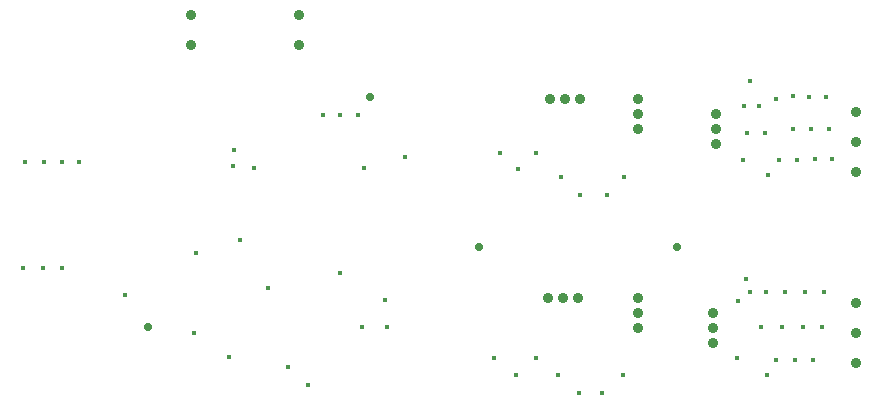
<source format=gbr>
%TF.GenerationSoftware,Altium Limited,Altium Designer,22.7.1 (60)*%
G04 Layer_Color=0*
%FSLAX45Y45*%
%MOMM*%
%TF.SameCoordinates,8DF05635-03F1-411C-9BC5-7CD19558B576*%
%TF.FilePolarity,Positive*%
%TF.FileFunction,Plated,1,2,PTH,Drill*%
%TF.Part,Single*%
G01*
G75*
%TA.AperFunction,ComponentDrill*%
%ADD49C,0.90000*%
%ADD50C,0.90000*%
%ADD51C,0.90000*%
%ADD52C,0.90000*%
%TA.AperFunction,ViaDrill,NotFilled*%
%ADD53C,0.71120*%
%ADD54C,0.40640*%
D49*
X9728200Y5511800D02*
D03*
Y5257800D02*
D03*
Y5003800D02*
D03*
Y3898900D02*
D03*
Y3644900D02*
D03*
Y3390900D02*
D03*
X7124700Y3937000D02*
D03*
X7378700D02*
D03*
X7391400Y5626100D02*
D03*
X7137400D02*
D03*
X5016500Y6083300D02*
D03*
Y6337300D02*
D03*
X4102100Y6083300D02*
D03*
Y6337300D02*
D03*
D50*
X8539626Y5245100D02*
D03*
Y5499100D02*
D03*
X8521700Y3556000D02*
D03*
Y3810000D02*
D03*
X7886700Y3683000D02*
D03*
Y3937000D02*
D03*
Y5372100D02*
D03*
Y5626100D02*
D03*
D51*
X8539626Y5372100D02*
D03*
X8521700Y3683000D02*
D03*
X7886700Y3810000D02*
D03*
Y5499100D02*
D03*
D52*
X7251700Y3937000D02*
D03*
X7264400Y5626100D02*
D03*
D53*
X3733800Y3695700D02*
D03*
X5613700Y5638800D02*
D03*
X6540500Y4368800D02*
D03*
X8216900D02*
D03*
D54*
X4515981Y4427860D02*
D03*
X4465181Y5189860D02*
D03*
X9525000Y5118100D02*
D03*
X8770860Y5106111D02*
D03*
X9385300Y5118100D02*
D03*
X9228060Y5106111D02*
D03*
X9075660D02*
D03*
X9499600Y5372100D02*
D03*
X9347200D02*
D03*
X9194800D02*
D03*
X8961360Y5334711D02*
D03*
X8808960D02*
D03*
X9474200Y5638800D02*
D03*
X9334500D02*
D03*
X9194800Y5651500D02*
D03*
X9055100Y5626100D02*
D03*
X8910560Y5563311D02*
D03*
X8783560D02*
D03*
X8720060Y3429711D02*
D03*
X8834360Y3988511D02*
D03*
X8732760Y3912311D02*
D03*
X9367760Y3417011D02*
D03*
X9215360D02*
D03*
X9050260D02*
D03*
X9296400Y3987800D02*
D03*
X9443960Y3696411D02*
D03*
X9278860D02*
D03*
X9101060D02*
D03*
X8923260D02*
D03*
X9461500Y3987800D02*
D03*
X9131300D02*
D03*
X3543600Y3962400D02*
D03*
X8834444Y5776296D02*
D03*
X7018344Y3426796D02*
D03*
X6662744D02*
D03*
X6853244Y3287096D02*
D03*
X7754944D02*
D03*
X7208844D02*
D03*
X7386644Y3134696D02*
D03*
X7577144D02*
D03*
X8974144Y3287096D02*
D03*
X8796344Y4099896D02*
D03*
X8966200Y3987800D02*
D03*
X8986844Y4976196D02*
D03*
X7391400Y4813300D02*
D03*
X7620000D02*
D03*
X7767644Y4963496D02*
D03*
X7234244D02*
D03*
X7018344Y5166696D02*
D03*
X6865944Y5026996D02*
D03*
X6713544Y5166696D02*
D03*
X5220000Y5486400D02*
D03*
X5516631Y5486933D02*
D03*
X5364231D02*
D03*
X4457700Y5054600D02*
D03*
X4635500Y5041900D02*
D03*
X5910331Y5131333D02*
D03*
X5363931Y4153433D02*
D03*
X5757631Y3696233D02*
D03*
X5740100Y3924300D02*
D03*
X4919431Y3353333D02*
D03*
X5092700Y3200400D02*
D03*
X4424431Y3442233D02*
D03*
X3149600Y5092700D02*
D03*
X2679700Y4191000D02*
D03*
X2844800D02*
D03*
X3009900D02*
D03*
Y5092700D02*
D03*
X2857500D02*
D03*
X2692400D02*
D03*
X5562900Y5041900D02*
D03*
X4127800Y3644900D02*
D03*
X4749800Y4025900D02*
D03*
X5549900Y3695700D02*
D03*
X4140500Y4319270D02*
D03*
%TF.MD5,099e8e7927e64dc8e555ded3a18cca2f*%
M02*

</source>
